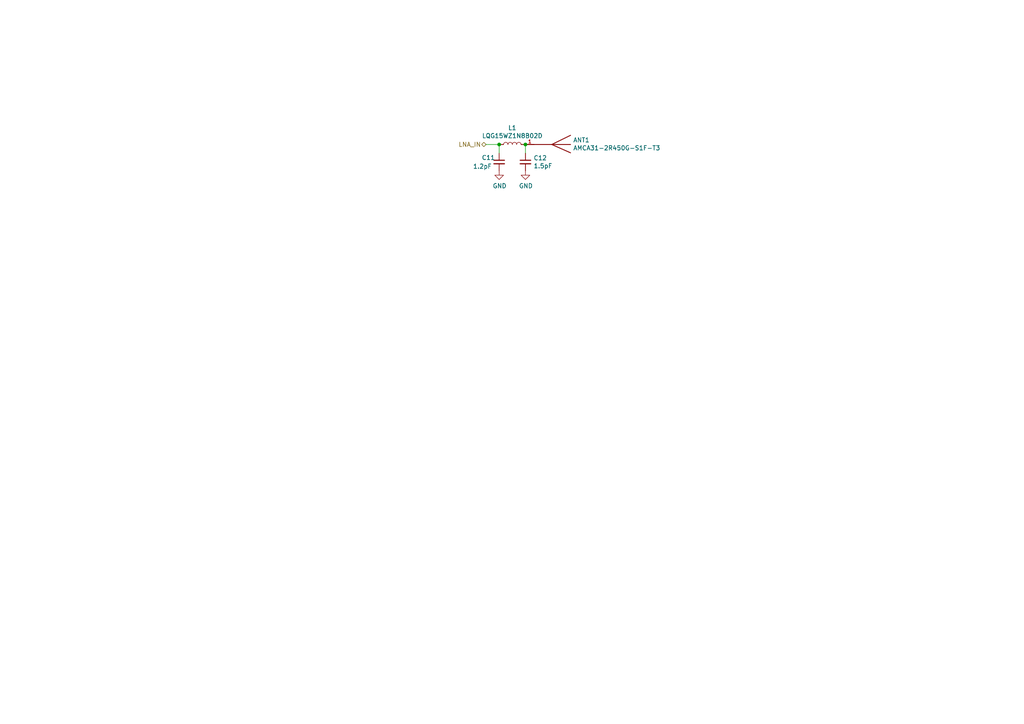
<source format=kicad_sch>
(kicad_sch (version 20211123) (generator eeschema)

  (uuid 55992e35-fe7b-468a-9b7a-1e4dc931b904)

  (paper "A4")

  (lib_symbols
    (symbol "Device:C_Small" (pin_numbers hide) (pin_names (offset 0.254) hide) (in_bom yes) (on_board yes)
      (property "Reference" "C" (id 0) (at 0.254 1.778 0)
        (effects (font (size 1.27 1.27)) (justify left))
      )
      (property "Value" "C_Small" (id 1) (at 0.254 -2.032 0)
        (effects (font (size 1.27 1.27)) (justify left))
      )
      (property "Footprint" "" (id 2) (at 0 0 0)
        (effects (font (size 1.27 1.27)) hide)
      )
      (property "Datasheet" "~" (id 3) (at 0 0 0)
        (effects (font (size 1.27 1.27)) hide)
      )
      (property "ki_keywords" "capacitor cap" (id 4) (at 0 0 0)
        (effects (font (size 1.27 1.27)) hide)
      )
      (property "ki_description" "Unpolarized capacitor, small symbol" (id 5) (at 0 0 0)
        (effects (font (size 1.27 1.27)) hide)
      )
      (property "ki_fp_filters" "C_*" (id 6) (at 0 0 0)
        (effects (font (size 1.27 1.27)) hide)
      )
      (symbol "C_Small_0_1"
        (polyline
          (pts
            (xy -1.524 -0.508)
            (xy 1.524 -0.508)
          )
          (stroke (width 0.3302) (type default) (color 0 0 0 0))
          (fill (type none))
        )
        (polyline
          (pts
            (xy -1.524 0.508)
            (xy 1.524 0.508)
          )
          (stroke (width 0.3048) (type default) (color 0 0 0 0))
          (fill (type none))
        )
      )
      (symbol "C_Small_1_1"
        (pin passive line (at 0 2.54 270) (length 2.032)
          (name "~" (effects (font (size 1.27 1.27))))
          (number "1" (effects (font (size 1.27 1.27))))
        )
        (pin passive line (at 0 -2.54 90) (length 2.032)
          (name "~" (effects (font (size 1.27 1.27))))
          (number "2" (effects (font (size 1.27 1.27))))
        )
      )
    )
    (symbol "Device:L" (pin_numbers hide) (pin_names (offset 1.016) hide) (in_bom yes) (on_board yes)
      (property "Reference" "L" (id 0) (at -1.27 0 90)
        (effects (font (size 1.27 1.27)))
      )
      (property "Value" "L" (id 1) (at 1.905 0 90)
        (effects (font (size 1.27 1.27)))
      )
      (property "Footprint" "" (id 2) (at 0 0 0)
        (effects (font (size 1.27 1.27)) hide)
      )
      (property "Datasheet" "~" (id 3) (at 0 0 0)
        (effects (font (size 1.27 1.27)) hide)
      )
      (property "ki_keywords" "inductor choke coil reactor magnetic" (id 4) (at 0 0 0)
        (effects (font (size 1.27 1.27)) hide)
      )
      (property "ki_description" "Inductor" (id 5) (at 0 0 0)
        (effects (font (size 1.27 1.27)) hide)
      )
      (property "ki_fp_filters" "Choke_* *Coil* Inductor_* L_*" (id 6) (at 0 0 0)
        (effects (font (size 1.27 1.27)) hide)
      )
      (symbol "L_0_1"
        (arc (start 0 -2.54) (mid 0.635 -1.905) (end 0 -1.27)
          (stroke (width 0) (type default) (color 0 0 0 0))
          (fill (type none))
        )
        (arc (start 0 -1.27) (mid 0.635 -0.635) (end 0 0)
          (stroke (width 0) (type default) (color 0 0 0 0))
          (fill (type none))
        )
        (arc (start 0 0) (mid 0.635 0.635) (end 0 1.27)
          (stroke (width 0) (type default) (color 0 0 0 0))
          (fill (type none))
        )
        (arc (start 0 1.27) (mid 0.635 1.905) (end 0 2.54)
          (stroke (width 0) (type default) (color 0 0 0 0))
          (fill (type none))
        )
      )
      (symbol "L_1_1"
        (pin passive line (at 0 3.81 270) (length 1.27)
          (name "1" (effects (font (size 1.27 1.27))))
          (number "1" (effects (font (size 1.27 1.27))))
        )
        (pin passive line (at 0 -3.81 90) (length 1.27)
          (name "2" (effects (font (size 1.27 1.27))))
          (number "2" (effects (font (size 1.27 1.27))))
        )
      )
    )
    (symbol "iclr:AMCA31-2R450G-S1F-T3" (pin_names (offset 1.016) hide) (in_bom yes) (on_board yes)
      (property "Reference" "ANT" (id 0) (at 2.794 5.842 0)
        (effects (font (size 1.27 1.27)) (justify left bottom))
      )
      (property "Value" "AMCA31-2R450G-S1F-T3" (id 1) (at 2.667 3.81 0)
        (effects (font (size 1.27 1.27)) (justify left bottom))
      )
      (property "Footprint" "ANT_AMCA31-2R450G-S1F-T3" (id 2) (at 0 0 0)
        (effects (font (size 1.27 1.27)) (justify left bottom) hide)
      )
      (property "Datasheet" "" (id 3) (at 0 0 0)
        (effects (font (size 1.27 1.27)) (justify left bottom) hide)
      )
      (property "PARTREV" "05.17.2017" (id 4) (at 0 0 0)
        (effects (font (size 1.27 1.27)) (justify left bottom) hide)
      )
      (property "MANUFACTURER" "ABRACON" (id 5) (at 0 0 0)
        (effects (font (size 1.27 1.27)) (justify left bottom) hide)
      )
      (property "MAXIMUM_PACKAGE_HEIGHT" "1.4mm" (id 6) (at 0 0 0)
        (effects (font (size 1.27 1.27)) (justify left bottom) hide)
      )
      (property "STANDARD" "Manufacturer Recommendation" (id 7) (at 0 0 0)
        (effects (font (size 1.27 1.27)) (justify left bottom) hide)
      )
      (property "ki_locked" "" (id 8) (at 0 0 0)
        (effects (font (size 1.27 1.27)))
      )
      (symbol "AMCA31-2R450G-S1F-T3_0_0"
        (polyline
          (pts
            (xy 0 2.54)
            (xy -2.667 8.001)
          )
          (stroke (width 0.254) (type default) (color 0 0 0 0))
          (fill (type none))
        )
        (polyline
          (pts
            (xy 0 2.54)
            (xy 0 -5.08)
          )
          (stroke (width 0.254) (type default) (color 0 0 0 0))
          (fill (type none))
        )
        (polyline
          (pts
            (xy 0 8.001)
            (xy 0 2.54)
          )
          (stroke (width 0.254) (type default) (color 0 0 0 0))
          (fill (type none))
        )
        (polyline
          (pts
            (xy 2.413 8.001)
            (xy 0 2.54)
          )
          (stroke (width 0.254) (type default) (color 0 0 0 0))
          (fill (type none))
        )
        (pin input line (at 0 -5.08 90) (length 2.54)
          (name "~" (effects (font (size 1.016 1.016))))
          (number "1" (effects (font (size 1.016 1.016))))
        )
      )
    )
    (symbol "power:GND" (power) (pin_names (offset 0)) (in_bom yes) (on_board yes)
      (property "Reference" "#PWR" (id 0) (at 0 -6.35 0)
        (effects (font (size 1.27 1.27)) hide)
      )
      (property "Value" "GND" (id 1) (at 0 -3.81 0)
        (effects (font (size 1.27 1.27)))
      )
      (property "Footprint" "" (id 2) (at 0 0 0)
        (effects (font (size 1.27 1.27)) hide)
      )
      (property "Datasheet" "" (id 3) (at 0 0 0)
        (effects (font (size 1.27 1.27)) hide)
      )
      (property "ki_keywords" "power-flag" (id 4) (at 0 0 0)
        (effects (font (size 1.27 1.27)) hide)
      )
      (property "ki_description" "Power symbol creates a global label with name \"GND\" , ground" (id 5) (at 0 0 0)
        (effects (font (size 1.27 1.27)) hide)
      )
      (symbol "GND_0_1"
        (polyline
          (pts
            (xy 0 0)
            (xy 0 -1.27)
            (xy 1.27 -1.27)
            (xy 0 -2.54)
            (xy -1.27 -1.27)
            (xy 0 -1.27)
          )
          (stroke (width 0) (type default) (color 0 0 0 0))
          (fill (type none))
        )
      )
      (symbol "GND_1_1"
        (pin power_in line (at 0 0 270) (length 0) hide
          (name "GND" (effects (font (size 1.27 1.27))))
          (number "1" (effects (font (size 1.27 1.27))))
        )
      )
    )
  )

  (junction (at 152.4 41.91) (diameter 0) (color 0 0 0 0)
    (uuid 417f13e4-c121-485a-a6b5-8b55e70350b8)
  )
  (junction (at 144.78 41.91) (diameter 0) (color 0 0 0 0)
    (uuid 51c4dc0a-5b9f-4edf-a83f-4a12881e42ef)
  )

  (wire (pts (xy 152.4 41.91) (xy 152.4 44.45))
    (stroke (width 0) (type default) (color 0 0 0 0))
    (uuid 0867287d-2e6a-4d69-a366-c29f88198f2b)
  )
  (wire (pts (xy 144.78 41.91) (xy 144.78 44.45))
    (stroke (width 0) (type default) (color 0 0 0 0))
    (uuid 128e34ce-eee7-477d-b905-a493e98db783)
  )
  (wire (pts (xy 144.78 41.91) (xy 140.97 41.91))
    (stroke (width 0) (type default) (color 0 0 0 0))
    (uuid 842e430f-0c35-45f3-a0b5-95ae7b7ae388)
  )

  (hierarchical_label "LNA_IN" (shape bidirectional) (at 140.97 41.91 180)
    (effects (font (size 1.27 1.27)) (justify right))
    (uuid 03d88a85-11fd-47aa-954c-c318bb15294a)
  )

  (symbol (lib_id "iclr:AMCA31-2R450G-S1F-T3") (at 157.48 41.91 270) (unit 1)
    (in_bom yes) (on_board yes)
    (uuid 00000000-0000-0000-0000-000061a4fe29)
    (property "Reference" "ANT1" (id 0) (at 166.2176 40.6146 90)
      (effects (font (size 1.27 1.27)) (justify left))
    )
    (property "Value" "AMCA31-2R450G-S1F-T3" (id 1) (at 166.2176 42.926 90)
      (effects (font (size 1.27 1.27)) (justify left))
    )
    (property "Footprint" "iclr:ANT_AMCA31-2R450G-S1F-T3" (id 2) (at 157.48 41.91 0)
      (effects (font (size 1.27 1.27)) (justify left bottom) hide)
    )
    (property "Datasheet" "" (id 3) (at 157.48 41.91 0)
      (effects (font (size 1.27 1.27)) (justify left bottom) hide)
    )
    (property "PARTREV" "05.17.2017" (id 4) (at 157.48 41.91 0)
      (effects (font (size 1.27 1.27)) (justify left bottom) hide)
    )
    (property "MANUFACTURER" "ABRACON" (id 5) (at 157.48 41.91 0)
      (effects (font (size 1.27 1.27)) (justify left bottom) hide)
    )
    (property "MAXIMUM_PACKAGE_HEIGHT" "1.4mm" (id 6) (at 157.48 41.91 0)
      (effects (font (size 1.27 1.27)) (justify left bottom) hide)
    )
    (property "STANDARD" "Manufacturer Recommendation" (id 7) (at 157.48 41.91 0)
      (effects (font (size 1.27 1.27)) (justify left bottom) hide)
    )
    (pin "1" (uuid f7f7f365-fd28-44f8-a2e7-2a011a437a25))
  )

  (symbol (lib_id "Device:L") (at 148.59 41.91 90) (unit 1)
    (in_bom yes) (on_board yes)
    (uuid 00000000-0000-0000-0000-000061a4fe2f)
    (property "Reference" "L1" (id 0) (at 148.59 37.084 90))
    (property "Value" "LQG15WZ1N8B02D" (id 1) (at 148.59 39.3954 90))
    (property "Footprint" "Inductor_SMD:L_0603_1608Metric_Pad1.05x0.95mm_HandSolder" (id 2) (at 148.59 41.91 0)
      (effects (font (size 1.27 1.27)) hide)
    )
    (property "Datasheet" "~" (id 3) (at 148.59 41.91 0)
      (effects (font (size 1.27 1.27)) hide)
    )
    (pin "1" (uuid ebeeec6e-78d4-4657-a845-c0d00b5092fb))
    (pin "2" (uuid 7c507310-d715-4f1f-9c68-816d75b246e5))
  )

  (symbol (lib_id "Device:C_Small") (at 152.4 46.99 0) (unit 1)
    (in_bom yes) (on_board yes)
    (uuid 00000000-0000-0000-0000-000061a4fe36)
    (property "Reference" "C12" (id 0) (at 154.7368 45.8216 0)
      (effects (font (size 1.27 1.27)) (justify left))
    )
    (property "Value" "100pF" (id 1) (at 154.7368 48.133 0)
      (effects (font (size 1.27 1.27)) (justify left))
    )
    (property "Footprint" "Capacitor_SMD:C_0603_1608Metric" (id 2) (at 152.4 46.99 0)
      (effects (font (size 1.27 1.27)) hide)
    )
    (property "Datasheet" "~" (id 3) (at 152.4 46.99 0)
      (effects (font (size 1.27 1.27)) hide)
    )
    (pin "1" (uuid de6821ef-8258-4a6c-bf3c-f9a6698c97fe))
    (pin "2" (uuid 53d9cd2a-b4e4-4ed4-a9a9-733d34ba0663))
  )

  (symbol (lib_id "power:GND") (at 152.4 49.53 0) (unit 1)
    (in_bom yes) (on_board yes)
    (uuid 00000000-0000-0000-0000-000061a4fe3c)
    (property "Reference" "#PWR0132" (id 0) (at 152.4 55.88 0)
      (effects (font (size 1.27 1.27)) hide)
    )
    (property "Value" "GND" (id 1) (at 152.527 53.9242 0))
    (property "Footprint" "" (id 2) (at 152.4 49.53 0)
      (effects (font (size 1.27 1.27)) hide)
    )
    (property "Datasheet" "" (id 3) (at 152.4 49.53 0)
      (effects (font (size 1.27 1.27)) hide)
    )
    (pin "1" (uuid a265b5f8-451c-4677-a83c-af139983df25))
  )

  (symbol (lib_id "Device:C_Small") (at 144.78 46.99 0) (unit 1)
    (in_bom yes) (on_board yes)
    (uuid 00000000-0000-0000-0000-000061a4fe43)
    (property "Reference" "C11" (id 0) (at 139.7 45.72 0)
      (effects (font (size 1.27 1.27)) (justify left))
    )
    (property "Value" "33pF" (id 1) (at 137.16 48.26 0)
      (effects (font (size 1.27 1.27)) (justify left))
    )
    (property "Footprint" "Capacitor_SMD:C_0603_1608Metric" (id 2) (at 144.78 46.99 0)
      (effects (font (size 1.27 1.27)) hide)
    )
    (property "Datasheet" "~" (id 3) (at 144.78 46.99 0)
      (effects (font (size 1.27 1.27)) hide)
    )
    (pin "1" (uuid 8ed86da9-91c5-4159-bec7-07dc491fa279))
    (pin "2" (uuid d71c39ef-e72b-4588-87df-46785802e4ef))
  )

  (symbol (lib_id "power:GND") (at 144.78 49.53 0) (unit 1)
    (in_bom yes) (on_board yes)
    (uuid 00000000-0000-0000-0000-000061a4fe4a)
    (property "Reference" "#PWR0133" (id 0) (at 144.78 55.88 0)
      (effects (font (size 1.27 1.27)) hide)
    )
    (property "Value" "GND" (id 1) (at 144.907 53.9242 0))
    (property "Footprint" "" (id 2) (at 144.78 49.53 0)
      (effects (font (size 1.27 1.27)) hide)
    )
    (property "Datasheet" "" (id 3) (at 144.78 49.53 0)
      (effects (font (size 1.27 1.27)) hide)
    )
    (pin "1" (uuid 4225f8ec-c00a-42c9-83ec-0b1874f1690a))
  )

  (sheet_instances
    (path "/" (page "1"))
  )

  (symbol_instances
    (path "/00000000-0000-0000-0000-000061a4fe3c"
      (reference "#PWR0132") (unit 1) (value "GND") (footprint "")
    )
    (path "/00000000-0000-0000-0000-000061a4fe4a"
      (reference "#PWR0133") (unit 1) (value "GND") (footprint "")
    )
    (path "/00000000-0000-0000-0000-000061a4fe29"
      (reference "ANT1") (unit 1) (value "AMCA31-2R450G-S1F-T3") (footprint "iclr:ANT_AMCA31-2R450G-S1F-T3")
    )
    (path "/00000000-0000-0000-0000-000061a4fe43"
      (reference "C11") (unit 1) (value "1.2pF") (footprint "Capacitor_SMD:C_0603_1608Metric")
    )
    (path "/00000000-0000-0000-0000-000061a4fe36"
      (reference "C12") (unit 1) (value "1.5pF") (footprint "Capacitor_SMD:C_0603_1608Metric")
    )
    (path "/00000000-0000-0000-0000-000061a4fe2f"
      (reference "L1") (unit 1) (value "LQG15WZ1N8B02D") (footprint "Inductor_SMD:L_0402_1005Metric_Pad0.77x0.64mm_HandSolder")
    )
  )
)

</source>
